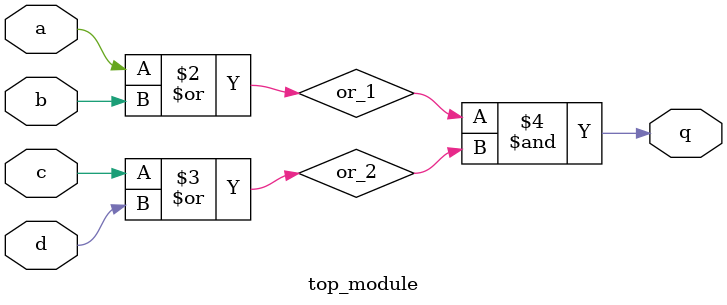
<source format=sv>
module top_module (
  input a, 
  input b, 
  input c, 
  input d,
  output q
);
  
  reg or_1, or_2;
  
  always @(*) begin
    or_1 = a | b;
    or_2 = c | d;
    q = or_1 & or_2;
  end
  
endmodule

</source>
